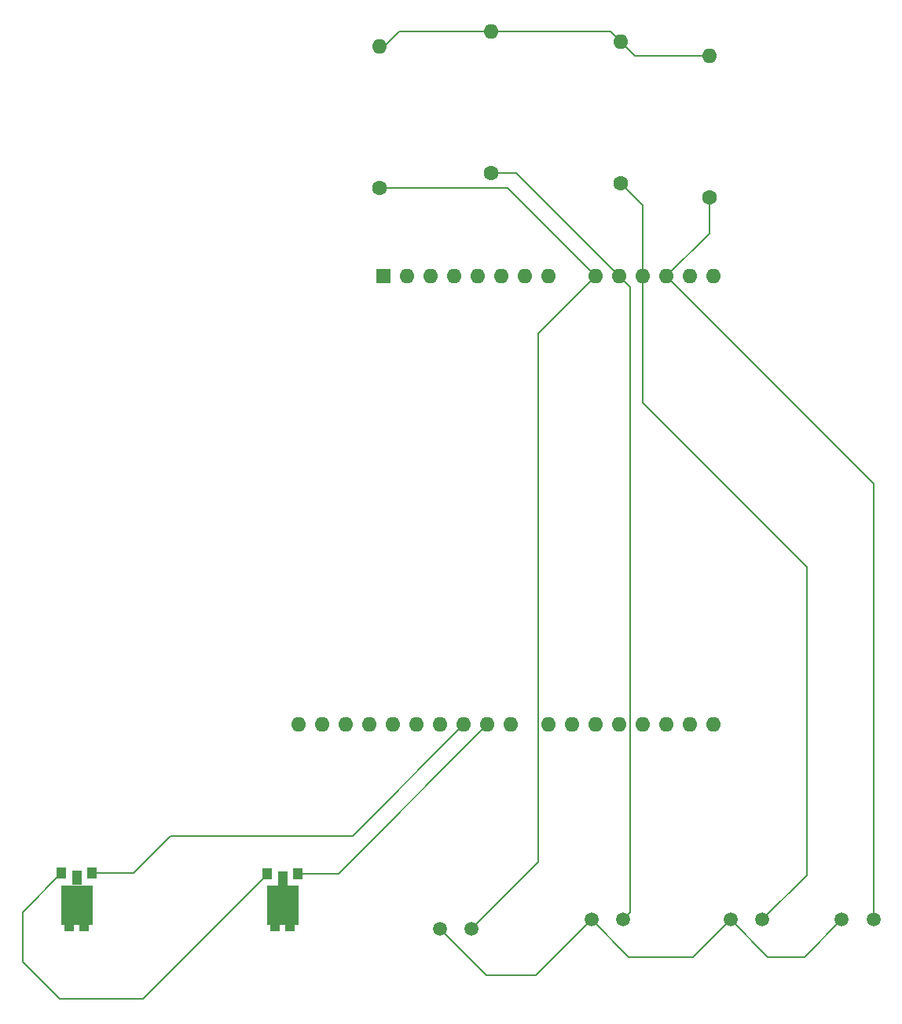
<source format=gbr>
%TF.GenerationSoftware,KiCad,Pcbnew,8.0.8*%
%TF.CreationDate,2025-10-12T21:50:36+03:00*%
%TF.ProjectId,trackking solar,74726163-6b6b-4696-9e67-20736f6c6172,rev?*%
%TF.SameCoordinates,Original*%
%TF.FileFunction,Copper,L1,Top*%
%TF.FilePolarity,Positive*%
%FSLAX46Y46*%
G04 Gerber Fmt 4.6, Leading zero omitted, Abs format (unit mm)*
G04 Created by KiCad (PCBNEW 8.0.8) date 2025-10-12 21:50:36*
%MOMM*%
%LPD*%
G01*
G04 APERTURE LIST*
%TA.AperFunction,ComponentPad*%
%ADD10R,1.600000X1.600000*%
%TD*%
%TA.AperFunction,ComponentPad*%
%ADD11O,1.600000X1.600000*%
%TD*%
%TA.AperFunction,ComponentPad*%
%ADD12C,1.500000*%
%TD*%
%TA.AperFunction,SMDPad,CuDef*%
%ADD13R,1.100000X1.300000*%
%TD*%
%TA.AperFunction,SMDPad,CuDef*%
%ADD14R,1.000000X0.650000*%
%TD*%
%TA.AperFunction,SMDPad,CuDef*%
%ADD15R,1.000000X1.500000*%
%TD*%
%TA.AperFunction,SMDPad,CuDef*%
%ADD16R,3.400000X4.300000*%
%TD*%
%TA.AperFunction,ComponentPad*%
%ADD17C,1.600000*%
%TD*%
%TA.AperFunction,Conductor*%
%ADD18C,0.200000*%
%TD*%
G04 APERTURE END LIST*
D10*
%TO.P,A1,1,NC*%
%TO.N,unconnected-(A1-NC-Pad1)*%
X133940000Y-52740000D03*
D11*
%TO.P,A1,2,IOREF*%
%TO.N,unconnected-(A1-IOREF-Pad2)*%
X136480000Y-52740000D03*
%TO.P,A1,3,~{RESET}*%
%TO.N,unconnected-(A1-~{RESET}-Pad3)*%
X139020000Y-52740000D03*
%TO.P,A1,4,3V3*%
%TO.N,unconnected-(A1-3V3-Pad4)*%
X141560000Y-52740000D03*
%TO.P,A1,5,+5V*%
%TO.N,unconnected-(A1-+5V-Pad5)*%
X144100000Y-52740000D03*
%TO.P,A1,6,GND*%
%TO.N,unconnected-(A1-GND-Pad6)*%
X146640000Y-52740000D03*
%TO.P,A1,7,GND*%
%TO.N,unconnected-(A1-GND-Pad7)*%
X149180000Y-52740000D03*
%TO.P,A1,8,VIN*%
%TO.N,unconnected-(A1-VIN-Pad8)*%
X151720000Y-52740000D03*
%TO.P,A1,9,A0*%
%TO.N,Net-(A1-A0)*%
X156800000Y-52740000D03*
%TO.P,A1,10,A1*%
%TO.N,Net-(A1-A1)*%
X159340000Y-52740000D03*
%TO.P,A1,11,A2*%
%TO.N,Net-(A1-A2)*%
X161880000Y-52740000D03*
%TO.P,A1,12,A3*%
%TO.N,Net-(A1-A3)*%
X164420000Y-52740000D03*
%TO.P,A1,13,SDA/A4*%
%TO.N,unconnected-(A1-SDA{slash}A4-Pad13)*%
X166960000Y-52740000D03*
%TO.P,A1,14,SCL/A5*%
%TO.N,unconnected-(A1-SCL{slash}A5-Pad14)*%
X169500000Y-52740000D03*
%TO.P,A1,15,D0/RX*%
%TO.N,unconnected-(A1-D0{slash}RX-Pad15)*%
X169500000Y-101000000D03*
%TO.P,A1,16,D1/TX*%
%TO.N,unconnected-(A1-D1{slash}TX-Pad16)*%
X166960000Y-101000000D03*
%TO.P,A1,17,D2*%
%TO.N,unconnected-(A1-D2-Pad17)*%
X164420000Y-101000000D03*
%TO.P,A1,18,D3*%
%TO.N,unconnected-(A1-D3-Pad18)*%
X161880000Y-101000000D03*
%TO.P,A1,19,D4*%
%TO.N,unconnected-(A1-D4-Pad19)*%
X159340000Y-101000000D03*
%TO.P,A1,20,D5*%
%TO.N,unconnected-(A1-D5-Pad20)*%
X156800000Y-101000000D03*
%TO.P,A1,21,D6*%
%TO.N,unconnected-(A1-D6-Pad21)*%
X154260000Y-101000000D03*
%TO.P,A1,22,D7*%
%TO.N,unconnected-(A1-D7-Pad22)*%
X151720000Y-101000000D03*
%TO.P,A1,23,D8*%
%TO.N,unconnected-(A1-D8-Pad23)*%
X147660000Y-101000000D03*
%TO.P,A1,24,D9*%
%TO.N,Net-(A1-D9)*%
X145120000Y-101000000D03*
%TO.P,A1,25,D10*%
%TO.N,Net-(A1-D10)*%
X142580000Y-101000000D03*
%TO.P,A1,26,D11*%
%TO.N,unconnected-(A1-D11-Pad26)*%
X140040000Y-101000000D03*
%TO.P,A1,27,D12*%
%TO.N,unconnected-(A1-D12-Pad27)*%
X137500000Y-101000000D03*
%TO.P,A1,28,D13*%
%TO.N,unconnected-(A1-D13-Pad28)*%
X134960000Y-101000000D03*
%TO.P,A1,29,GND*%
%TO.N,unconnected-(A1-GND-Pad29)*%
X132420000Y-101000000D03*
%TO.P,A1,30,AREF*%
%TO.N,unconnected-(A1-AREF-Pad30)*%
X129880000Y-101000000D03*
%TO.P,A1,31,SDA/A4*%
%TO.N,unconnected-(A1-SDA{slash}A4-Pad31)*%
X127340000Y-101000000D03*
%TO.P,A1,32,SCL/A5*%
%TO.N,unconnected-(A1-SCL{slash}A5-Pad32)*%
X124800000Y-101000000D03*
%TD*%
D12*
%TO.P,R4,1*%
%TO.N,Net-(R1-Pad1)*%
X183300000Y-122000000D03*
%TO.P,R4,2*%
%TO.N,Net-(A1-A3)*%
X186700000Y-122000000D03*
%TD*%
D13*
%TO.P,M2,1,PWM*%
%TO.N,Net-(M1-PWM)*%
X121400000Y-117025000D03*
%TO.P,M2,2,+*%
%TO.N,Net-(A1-D9)*%
X124700000Y-117025000D03*
D14*
%TO.P,M2,SH*%
%TO.N,N/C*%
X122250000Y-122900000D03*
D15*
X123050000Y-117525000D03*
D16*
X123050000Y-120425000D03*
D14*
X123850000Y-122900000D03*
%TD*%
D12*
%TO.P,R1,1*%
%TO.N,Net-(R1-Pad1)*%
X140000000Y-123000000D03*
%TO.P,R1,2*%
%TO.N,Net-(A1-A0)*%
X143400000Y-123000000D03*
%TD*%
D13*
%TO.P,M1,1,PWM*%
%TO.N,Net-(M1-PWM)*%
X99200000Y-117000000D03*
%TO.P,M1,2,+*%
%TO.N,Net-(A1-D10)*%
X102500000Y-117000000D03*
D14*
%TO.P,M1,SH*%
%TO.N,N/C*%
X100050000Y-122875000D03*
D15*
X100850000Y-117500000D03*
D16*
X100850000Y-120400000D03*
D14*
X101650000Y-122875000D03*
%TD*%
D17*
%TO.P,R6,1*%
%TO.N,Net-(A1-A1)*%
X145500000Y-41620000D03*
D11*
%TO.P,R6,2*%
%TO.N,Net-(R5-Pad2)*%
X145500000Y-26380000D03*
%TD*%
D17*
%TO.P,R5,1*%
%TO.N,Net-(A1-A0)*%
X133500000Y-43240000D03*
D11*
%TO.P,R5,2*%
%TO.N,Net-(R5-Pad2)*%
X133500000Y-28000000D03*
%TD*%
D17*
%TO.P,R7,1*%
%TO.N,Net-(A1-A2)*%
X159500000Y-42740000D03*
D11*
%TO.P,R7,2*%
%TO.N,Net-(R5-Pad2)*%
X159500000Y-27500000D03*
%TD*%
D12*
%TO.P,R3,1*%
%TO.N,Net-(R1-Pad1)*%
X171300000Y-122000000D03*
%TO.P,R3,2*%
%TO.N,Net-(A1-A2)*%
X174700000Y-122000000D03*
%TD*%
D17*
%TO.P,R8,1*%
%TO.N,Net-(A1-A3)*%
X169000000Y-44240000D03*
D11*
%TO.P,R8,2*%
%TO.N,Net-(R5-Pad2)*%
X169000000Y-29000000D03*
%TD*%
D12*
%TO.P,R2,1*%
%TO.N,Net-(R1-Pad1)*%
X156300000Y-122000000D03*
%TO.P,R2,2*%
%TO.N,Net-(A1-A1)*%
X159700000Y-122000000D03*
%TD*%
D18*
%TO.N,Net-(A1-A3)*%
X169000000Y-48160000D02*
X169000000Y-44240000D01*
X164420000Y-52740000D02*
X186700000Y-75020000D01*
X186700000Y-75020000D02*
X186700000Y-122000000D01*
X164420000Y-52740000D02*
X169000000Y-48160000D01*
%TO.N,Net-(A1-A0)*%
X147300000Y-43240000D02*
X156800000Y-52740000D01*
X150620000Y-58920000D02*
X150620000Y-115780000D01*
X156800000Y-52740000D02*
X150620000Y-58920000D01*
X133500000Y-43240000D02*
X147300000Y-43240000D01*
X150620000Y-115780000D02*
X143400000Y-123000000D01*
%TO.N,Net-(A1-A2)*%
X161880000Y-52740000D02*
X161880000Y-45120000D01*
X161880000Y-66380000D02*
X179500000Y-84000000D01*
X179500000Y-84000000D02*
X179500000Y-117200000D01*
X179500000Y-117200000D02*
X174700000Y-122000000D01*
X161880000Y-45120000D02*
X159500000Y-42740000D01*
X161880000Y-52740000D02*
X161880000Y-66380000D01*
%TO.N,Net-(A1-D10)*%
X107000000Y-117000000D02*
X102500000Y-117000000D01*
X111000000Y-113000000D02*
X107000000Y-117000000D01*
X130580000Y-113000000D02*
X111000000Y-113000000D01*
X142580000Y-101000000D02*
X130580000Y-113000000D01*
%TO.N,Net-(A1-A1)*%
X159340000Y-52740000D02*
X148220000Y-41620000D01*
X160500000Y-53900000D02*
X160500000Y-121200000D01*
X159340000Y-52740000D02*
X160500000Y-53900000D01*
X148220000Y-41620000D02*
X145500000Y-41620000D01*
X160500000Y-121200000D02*
X159700000Y-122000000D01*
%TO.N,Net-(A1-D9)*%
X129095000Y-117025000D02*
X145120000Y-101000000D01*
X124700000Y-117025000D02*
X129095000Y-117025000D01*
%TO.N,Net-(M1-PWM)*%
X121400000Y-117100000D02*
X108000000Y-130500000D01*
X95000000Y-126500000D02*
X95000000Y-121200000D01*
X121400000Y-117025000D02*
X121400000Y-117100000D01*
X108000000Y-130500000D02*
X99000000Y-130500000D01*
X95000000Y-121200000D02*
X99200000Y-117000000D01*
X99000000Y-130500000D02*
X95000000Y-126500000D01*
%TO.N,Net-(R1-Pad1)*%
X171300000Y-122000000D02*
X167300000Y-126000000D01*
X175300000Y-126000000D02*
X171300000Y-122000000D01*
X145000000Y-128000000D02*
X140000000Y-123000000D01*
X183300000Y-122000000D02*
X179300000Y-126000000D01*
X160300000Y-126000000D02*
X156300000Y-122000000D01*
X167300000Y-126000000D02*
X160300000Y-126000000D01*
X156300000Y-122000000D02*
X150300000Y-128000000D01*
X150300000Y-128000000D02*
X145000000Y-128000000D01*
X179300000Y-126000000D02*
X175300000Y-126000000D01*
%TO.N,Net-(R5-Pad2)*%
X134000000Y-28000000D02*
X135620000Y-26380000D01*
X135620000Y-26380000D02*
X145500000Y-26380000D01*
X161000000Y-29000000D02*
X159500000Y-27500000D01*
X145500000Y-26380000D02*
X158380000Y-26380000D01*
X169000000Y-29000000D02*
X161000000Y-29000000D01*
X133500000Y-28000000D02*
X134000000Y-28000000D01*
X158380000Y-26380000D02*
X159500000Y-27500000D01*
%TD*%
M02*

</source>
